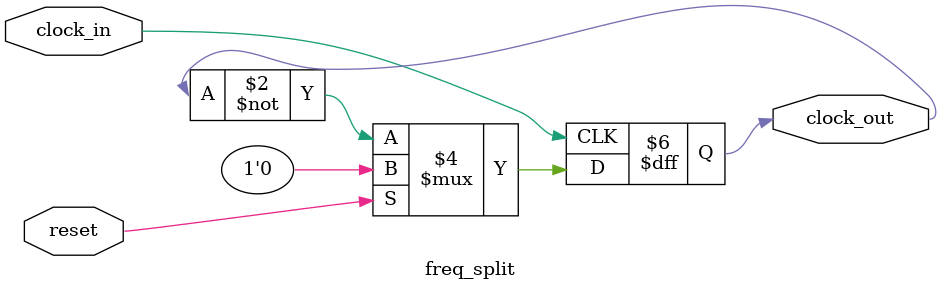
<source format=v>
module rocketTop( // @[:freechips.rocketchip.system.DefaultFPGAConfig.fir@194657.2]
  input   clock100, // @[:freechips.rocketchip.system.DefaultFPGAConfig.fir@194658.4]
  input   reset, // @[:freechips.rocketchip.system.DefaultFPGAConfig.fir@194659.4]
  
  output  uart_TX,
  input   uart_RX
  // position for outside pins ... TBA

  //we do not need io_success
  //output  io_success // @[:freechips.rocketchip.system.DefaultFPGAConfig.fir@194660.4]
);
  wire  dut_clock; // @[TestHarness.scala 15:19:freechips.rocketchip.system.DefaultFPGAConfig.fir@194665.4]
  wire  dut_reset; // @[TestHarness.scala 15:19:freechips.rocketchip.system.DefaultFPGAConfig.fir@194665.4]
  wire  dut_debug_clockeddmi_dmi_req_ready; // @[TestHarness.scala 15:19:freechips.rocketchip.system.DefaultFPGAConfig.fir@194665.4]
  wire  dut_debug_clockeddmi_dmi_req_valid; // @[TestHarness.scala 15:19:freechips.rocketchip.system.DefaultFPGAConfig.fir@194665.4]
  wire [6:0] dut_debug_clockeddmi_dmi_req_bits_addr; // @[TestHarness.scala 15:19:freechips.rocketchip.system.DefaultFPGAConfig.fir@194665.4]
  wire [31:0] dut_debug_clockeddmi_dmi_req_bits_data; // @[TestHarness.scala 15:19:freechips.rocketchip.system.DefaultFPGAConfig.fir@194665.4]
  wire [1:0] dut_debug_clockeddmi_dmi_req_bits_op; // @[TestHarness.scala 15:19:freechips.rocketchip.system.DefaultFPGAConfig.fir@194665.4]
  wire  dut_debug_clockeddmi_dmi_resp_ready; // @[TestHarness.scala 15:19:freechips.rocketchip.system.DefaultFPGAConfig.fir@194665.4]
  wire  dut_debug_clockeddmi_dmi_resp_valid; // @[TestHarness.scala 15:19:freechips.rocketchip.system.DefaultFPGAConfig.fir@194665.4]
  wire [31:0] dut_debug_clockeddmi_dmi_resp_bits_data; // @[TestHarness.scala 15:19:freechips.rocketchip.system.DefaultFPGAConfig.fir@194665.4]
  wire [1:0] dut_debug_clockeddmi_dmi_resp_bits_resp; // @[TestHarness.scala 15:19:freechips.rocketchip.system.DefaultFPGAConfig.fir@194665.4]
  wire  dut_debug_clockeddmi_dmiClock; // @[TestHarness.scala 15:19:freechips.rocketchip.system.DefaultFPGAConfig.fir@194665.4]
  wire  dut_debug_clockeddmi_dmiReset; // @[TestHarness.scala 15:19:freechips.rocketchip.system.DefaultFPGAConfig.fir@194665.4]
  wire  dut_debug_ndreset; // @[TestHarness.scala 15:19:freechips.rocketchip.system.DefaultFPGAConfig.fir@194665.4]
  wire  dut_debug_dmactive; // @[TestHarness.scala 15:19:freechips.rocketchip.system.DefaultFPGAConfig.fir@194665.4]
  wire [1:0] dut_interrupts; // @[TestHarness.scala 15:19:freechips.rocketchip.system.DefaultFPGAConfig.fir@194665.4]
  wire  dut_mem_axi4_0_aw_ready; // @[TestHarness.scala 15:19:freechips.rocketchip.system.DefaultFPGAConfig.fir@194665.4]
  wire  dut_mem_axi4_0_aw_valid; // @[TestHarness.scala 15:19:freechips.rocketchip.system.DefaultFPGAConfig.fir@194665.4]
  wire [3:0] dut_mem_axi4_0_aw_bits_id; // @[TestHarness.scala 15:19:freechips.rocketchip.system.DefaultFPGAConfig.fir@194665.4]
  wire [31:0] dut_mem_axi4_0_aw_bits_addr; // @[TestHarness.scala 15:19:freechips.rocketchip.system.DefaultFPGAConfig.fir@194665.4]
  wire [7:0] dut_mem_axi4_0_aw_bits_len; // @[TestHarness.scala 15:19:freechips.rocketchip.system.DefaultFPGAConfig.fir@194665.4]
  wire [2:0] dut_mem_axi4_0_aw_bits_size; // @[TestHarness.scala 15:19:freechips.rocketchip.system.DefaultFPGAConfig.fir@194665.4]
  wire [1:0] dut_mem_axi4_0_aw_bits_burst; // @[TestHarness.scala 15:19:freechips.rocketchip.system.DefaultFPGAConfig.fir@194665.4]
  wire  dut_mem_axi4_0_aw_bits_lock; // @[TestHarness.scala 15:19:freechips.rocketchip.system.DefaultFPGAConfig.fir@194665.4]
  wire [3:0] dut_mem_axi4_0_aw_bits_cache; // @[TestHarness.scala 15:19:freechips.rocketchip.system.DefaultFPGAConfig.fir@194665.4]
  wire [2:0] dut_mem_axi4_0_aw_bits_prot; // @[TestHarness.scala 15:19:freechips.rocketchip.system.DefaultFPGAConfig.fir@194665.4]
  wire [3:0] dut_mem_axi4_0_aw_bits_qos; // @[TestHarness.scala 15:19:freechips.rocketchip.system.DefaultFPGAConfig.fir@194665.4]
  wire  dut_mem_axi4_0_w_ready; // @[TestHarness.scala 15:19:freechips.rocketchip.system.DefaultFPGAConfig.fir@194665.4]
  wire  dut_mem_axi4_0_w_valid; // @[TestHarness.scala 15:19:freechips.rocketchip.system.DefaultFPGAConfig.fir@194665.4]
  wire [63:0] dut_mem_axi4_0_w_bits_data; // @[TestHarness.scala 15:19:freechips.rocketchip.system.DefaultFPGAConfig.fir@194665.4]
  wire [7:0] dut_mem_axi4_0_w_bits_strb; // @[TestHarness.scala 15:19:freechips.rocketchip.system.DefaultFPGAConfig.fir@194665.4]
  wire  dut_mem_axi4_0_w_bits_last; // @[TestHarness.scala 15:19:freechips.rocketchip.system.DefaultFPGAConfig.fir@194665.4]
  wire  dut_mem_axi4_0_b_ready; // @[TestHarness.scala 15:19:freechips.rocketchip.system.DefaultFPGAConfig.fir@194665.4]
  wire  dut_mem_axi4_0_b_valid; // @[TestHarness.scala 15:19:freechips.rocketchip.system.DefaultFPGAConfig.fir@194665.4]
  wire [3:0] dut_mem_axi4_0_b_bits_id; // @[TestHarness.scala 15:19:freechips.rocketchip.system.DefaultFPGAConfig.fir@194665.4]
  wire [1:0] dut_mem_axi4_0_b_bits_resp; // @[TestHarness.scala 15:19:freechips.rocketchip.system.DefaultFPGAConfig.fir@194665.4]
  wire  dut_mem_axi4_0_ar_ready; // @[TestHarness.scala 15:19:freechips.rocketchip.system.DefaultFPGAConfig.fir@194665.4]
  wire  dut_mem_axi4_0_ar_valid; // @[TestHarness.scala 15:19:freechips.rocketchip.system.DefaultFPGAConfig.fir@194665.4]
  wire [3:0] dut_mem_axi4_0_ar_bits_id; // @[TestHarness.scala 15:19:freechips.rocketchip.system.DefaultFPGAConfig.fir@194665.4]
  wire [31:0] dut_mem_axi4_0_ar_bits_addr; // @[TestHarness.scala 15:19:freechips.rocketchip.system.DefaultFPGAConfig.fir@194665.4]
  wire [7:0] dut_mem_axi4_0_ar_bits_len; // @[TestHarness.scala 15:19:freechips.rocketchip.system.DefaultFPGAConfig.fir@194665.4]
  wire [2:0] dut_mem_axi4_0_ar_bits_size; // @[TestHarness.scala 15:19:freechips.rocketchip.system.DefaultFPGAConfig.fir@194665.4]
  wire [1:0] dut_mem_axi4_0_ar_bits_burst; // @[TestHarness.scala 15:19:freechips.rocketchip.system.DefaultFPGAConfig.fir@194665.4]
  wire  dut_mem_axi4_0_ar_bits_lock; // @[TestHarness.scala 15:19:freechips.rocketchip.system.DefaultFPGAConfig.fir@194665.4]
  wire [3:0] dut_mem_axi4_0_ar_bits_cache; // @[TestHarness.scala 15:19:freechips.rocketchip.system.DefaultFPGAConfig.fir@194665.4]
  wire [2:0] dut_mem_axi4_0_ar_bits_prot; // @[TestHarness.scala 15:19:freechips.rocketchip.system.DefaultFPGAConfig.fir@194665.4]
  wire [3:0] dut_mem_axi4_0_ar_bits_qos; // @[TestHarness.scala 15:19:freechips.rocketchip.system.DefaultFPGAConfig.fir@194665.4]
  wire  dut_mem_axi4_0_r_ready; // @[TestHarness.scala 15:19:freechips.rocketchip.system.DefaultFPGAConfig.fir@194665.4]
  wire  dut_mem_axi4_0_r_valid; // @[TestHarness.scala 15:19:freechips.rocketchip.system.DefaultFPGAConfig.fir@194665.4]
  wire [3:0] dut_mem_axi4_0_r_bits_id; // @[TestHarness.scala 15:19:freechips.rocketchip.system.DefaultFPGAConfig.fir@194665.4]
  wire [63:0] dut_mem_axi4_0_r_bits_data; // @[TestHarness.scala 15:19:freechips.rocketchip.system.DefaultFPGAConfig.fir@194665.4]
  wire [1:0] dut_mem_axi4_0_r_bits_resp; // @[TestHarness.scala 15:19:freechips.rocketchip.system.DefaultFPGAConfig.fir@194665.4]
  wire  dut_mem_axi4_0_r_bits_last; // @[TestHarness.scala 15:19:freechips.rocketchip.system.DefaultFPGAConfig.fir@194665.4]
  wire  dut_mmio_axi4_0_aw_ready; // @[TestHarness.scala 15:19:freechips.rocketchip.system.DefaultFPGAConfig.fir@194665.4]
  wire  dut_mmio_axi4_0_aw_valid; // @[TestHarness.scala 15:19:freechips.rocketchip.system.DefaultFPGAConfig.fir@194665.4]
  wire [3:0] dut_mmio_axi4_0_aw_bits_id; // @[TestHarness.scala 15:19:freechips.rocketchip.system.DefaultFPGAConfig.fir@194665.4]
  wire [30:0] dut_mmio_axi4_0_aw_bits_addr; // @[TestHarness.scala 15:19:freechips.rocketchip.system.DefaultFPGAConfig.fir@194665.4]
  wire [7:0] dut_mmio_axi4_0_aw_bits_len; // @[TestHarness.scala 15:19:freechips.rocketchip.system.DefaultFPGAConfig.fir@194665.4]
  wire [2:0] dut_mmio_axi4_0_aw_bits_size; // @[TestHarness.scala 15:19:freechips.rocketchip.system.DefaultFPGAConfig.fir@194665.4]
  wire [1:0] dut_mmio_axi4_0_aw_bits_burst; // @[TestHarness.scala 15:19:freechips.rocketchip.system.DefaultFPGAConfig.fir@194665.4]
  wire  dut_mmio_axi4_0_aw_bits_lock; // @[TestHarness.scala 15:19:freechips.rocketchip.system.DefaultFPGAConfig.fir@194665.4]
  wire [3:0] dut_mmio_axi4_0_aw_bits_cache; // @[TestHarness.scala 15:19:freechips.rocketchip.system.DefaultFPGAConfig.fir@194665.4]
  wire [2:0] dut_mmio_axi4_0_aw_bits_prot; // @[TestHarness.scala 15:19:freechips.rocketchip.system.DefaultFPGAConfig.fir@194665.4]
  wire [3:0] dut_mmio_axi4_0_aw_bits_qos; // @[TestHarness.scala 15:19:freechips.rocketchip.system.DefaultFPGAConfig.fir@194665.4]
  wire  dut_mmio_axi4_0_w_ready; // @[TestHarness.scala 15:19:freechips.rocketchip.system.DefaultFPGAConfig.fir@194665.4]
  wire  dut_mmio_axi4_0_w_valid; // @[TestHarness.scala 15:19:freechips.rocketchip.system.DefaultFPGAConfig.fir@194665.4]
  wire [63:0] dut_mmio_axi4_0_w_bits_data; // @[TestHarness.scala 15:19:freechips.rocketchip.system.DefaultFPGAConfig.fir@194665.4]
  wire [7:0] dut_mmio_axi4_0_w_bits_strb; // @[TestHarness.scala 15:19:freechips.rocketchip.system.DefaultFPGAConfig.fir@194665.4]
  wire  dut_mmio_axi4_0_w_bits_last; // @[TestHarness.scala 15:19:freechips.rocketchip.system.DefaultFPGAConfig.fir@194665.4]
  wire  dut_mmio_axi4_0_b_ready; // @[TestHarness.scala 15:19:freechips.rocketchip.system.DefaultFPGAConfig.fir@194665.4]
  wire  dut_mmio_axi4_0_b_valid; // @[TestHarness.scala 15:19:freechips.rocketchip.system.DefaultFPGAConfig.fir@194665.4]
  wire [3:0] dut_mmio_axi4_0_b_bits_id; // @[TestHarness.scala 15:19:freechips.rocketchip.system.DefaultFPGAConfig.fir@194665.4]
  wire [1:0] dut_mmio_axi4_0_b_bits_resp; // @[TestHarness.scala 15:19:freechips.rocketchip.system.DefaultFPGAConfig.fir@194665.4]
  wire  dut_mmio_axi4_0_ar_ready; // @[TestHarness.scala 15:19:freechips.rocketchip.system.DefaultFPGAConfig.fir@194665.4]
  wire  dut_mmio_axi4_0_ar_valid; // @[TestHarness.scala 15:19:freechips.rocketchip.system.DefaultFPGAConfig.fir@194665.4]
  wire [3:0] dut_mmio_axi4_0_ar_bits_id; // @[TestHarness.scala 15:19:freechips.rocketchip.system.DefaultFPGAConfig.fir@194665.4]
  wire [30:0] dut_mmio_axi4_0_ar_bits_addr; // @[TestHarness.scala 15:19:freechips.rocketchip.system.DefaultFPGAConfig.fir@194665.4]
  wire [7:0] dut_mmio_axi4_0_ar_bits_len; // @[TestHarness.scala 15:19:freechips.rocketchip.system.DefaultFPGAConfig.fir@194665.4]
  wire [2:0] dut_mmio_axi4_0_ar_bits_size; // @[TestHarness.scala 15:19:freechips.rocketchip.system.DefaultFPGAConfig.fir@194665.4]
  wire [1:0] dut_mmio_axi4_0_ar_bits_burst; // @[TestHarness.scala 15:19:freechips.rocketchip.system.DefaultFPGAConfig.fir@194665.4]
  wire  dut_mmio_axi4_0_ar_bits_lock; // @[TestHarness.scala 15:19:freechips.rocketchip.system.DefaultFPGAConfig.fir@194665.4]
  wire [3:0] dut_mmio_axi4_0_ar_bits_cache; // @[TestHarness.scala 15:19:freechips.rocketchip.system.DefaultFPGAConfig.fir@194665.4]
  wire [2:0] dut_mmio_axi4_0_ar_bits_prot; // @[TestHarness.scala 15:19:freechips.rocketchip.system.DefaultFPGAConfig.fir@194665.4]
  wire [3:0] dut_mmio_axi4_0_ar_bits_qos; // @[TestHarness.scala 15:19:freechips.rocketchip.system.DefaultFPGAConfig.fir@194665.4]
  wire  dut_mmio_axi4_0_r_ready; // @[TestHarness.scala 15:19:freechips.rocketchip.system.DefaultFPGAConfig.fir@194665.4]
  wire  dut_mmio_axi4_0_r_valid; // @[TestHarness.scala 15:19:freechips.rocketchip.system.DefaultFPGAConfig.fir@194665.4]
  wire [3:0] dut_mmio_axi4_0_r_bits_id; // @[TestHarness.scala 15:19:freechips.rocketchip.system.DefaultFPGAConfig.fir@194665.4]
  wire [63:0] dut_mmio_axi4_0_r_bits_data; // @[TestHarness.scala 15:19:freechips.rocketchip.system.DefaultFPGAConfig.fir@194665.4]
  wire [1:0] dut_mmio_axi4_0_r_bits_resp; // @[TestHarness.scala 15:19:freechips.rocketchip.system.DefaultFPGAConfig.fir@194665.4]
  wire  dut_mmio_axi4_0_r_bits_last; // @[TestHarness.scala 15:19:freechips.rocketchip.system.DefaultFPGAConfig.fir@194665.4]
  wire  dut_l2_frontend_bus_axi4_0_aw_ready; // @[TestHarness.scala 15:19:freechips.rocketchip.system.DefaultFPGAConfig.fir@194665.4]
  wire  dut_l2_frontend_bus_axi4_0_aw_valid; // @[TestHarness.scala 15:19:freechips.rocketchip.system.DefaultFPGAConfig.fir@194665.4]
  wire [7:0] dut_l2_frontend_bus_axi4_0_aw_bits_id; // @[TestHarness.scala 15:19:freechips.rocketchip.system.DefaultFPGAConfig.fir@194665.4]
  wire [31:0] dut_l2_frontend_bus_axi4_0_aw_bits_addr; // @[TestHarness.scala 15:19:freechips.rocketchip.system.DefaultFPGAConfig.fir@194665.4]
  wire [7:0] dut_l2_frontend_bus_axi4_0_aw_bits_len; // @[TestHarness.scala 15:19:freechips.rocketchip.system.DefaultFPGAConfig.fir@194665.4]
  wire [2:0] dut_l2_frontend_bus_axi4_0_aw_bits_size; // @[TestHarness.scala 15:19:freechips.rocketchip.system.DefaultFPGAConfig.fir@194665.4]
  wire [1:0] dut_l2_frontend_bus_axi4_0_aw_bits_burst; // @[TestHarness.scala 15:19:freechips.rocketchip.system.DefaultFPGAConfig.fir@194665.4]
  wire  dut_l2_frontend_bus_axi4_0_aw_bits_lock; // @[TestHarness.scala 15:19:freechips.rocketchip.system.DefaultFPGAConfig.fir@194665.4]
  wire [3:0] dut_l2_frontend_bus_axi4_0_aw_bits_cache; // @[TestHarness.scala 15:19:freechips.rocketchip.system.DefaultFPGAConfig.fir@194665.4]
  wire [2:0] dut_l2_frontend_bus_axi4_0_aw_bits_prot; // @[TestHarness.scala 15:19:freechips.rocketchip.system.DefaultFPGAConfig.fir@194665.4]
  wire [3:0] dut_l2_frontend_bus_axi4_0_aw_bits_qos; // @[TestHarness.scala 15:19:freechips.rocketchip.system.DefaultFPGAConfig.fir@194665.4]
  wire  dut_l2_frontend_bus_axi4_0_w_ready; // @[TestHarness.scala 15:19:freechips.rocketchip.system.DefaultFPGAConfig.fir@194665.4]
  wire  dut_l2_frontend_bus_axi4_0_w_valid; // @[TestHarness.scala 15:19:freechips.rocketchip.system.DefaultFPGAConfig.fir@194665.4]
  wire [63:0] dut_l2_frontend_bus_axi4_0_w_bits_data; // @[TestHarness.scala 15:19:freechips.rocketchip.system.DefaultFPGAConfig.fir@194665.4]
  wire [7:0] dut_l2_frontend_bus_axi4_0_w_bits_strb; // @[TestHarness.scala 15:19:freechips.rocketchip.system.DefaultFPGAConfig.fir@194665.4]
  wire  dut_l2_frontend_bus_axi4_0_w_bits_last; // @[TestHarness.scala 15:19:freechips.rocketchip.system.DefaultFPGAConfig.fir@194665.4]
  wire  dut_l2_frontend_bus_axi4_0_b_ready; // @[TestHarness.scala 15:19:freechips.rocketchip.system.DefaultFPGAConfig.fir@194665.4]
  wire  dut_l2_frontend_bus_axi4_0_b_valid; // @[TestHarness.scala 15:19:freechips.rocketchip.system.DefaultFPGAConfig.fir@194665.4]
  wire [7:0] dut_l2_frontend_bus_axi4_0_b_bits_id; // @[TestHarness.scala 15:19:freechips.rocketchip.system.DefaultFPGAConfig.fir@194665.4]
  wire [1:0] dut_l2_frontend_bus_axi4_0_b_bits_resp; // @[TestHarness.scala 15:19:freechips.rocketchip.system.DefaultFPGAConfig.fir@194665.4]
  wire  dut_l2_frontend_bus_axi4_0_ar_ready; // @[TestHarness.scala 15:19:freechips.rocketchip.system.DefaultFPGAConfig.fir@194665.4]
  wire  dut_l2_frontend_bus_axi4_0_ar_valid; // @[TestHarness.scala 15:19:freechips.rocketchip.system.DefaultFPGAConfig.fir@194665.4]
  wire [7:0] dut_l2_frontend_bus_axi4_0_ar_bits_id; // @[TestHarness.scala 15:19:freechips.rocketchip.system.DefaultFPGAConfig.fir@194665.4]
  wire [31:0] dut_l2_frontend_bus_axi4_0_ar_bits_addr; // @[TestHarness.scala 15:19:freechips.rocketchip.system.DefaultFPGAConfig.fir@194665.4]
  wire [7:0] dut_l2_frontend_bus_axi4_0_ar_bits_len; // @[TestHarness.scala 15:19:freechips.rocketchip.system.DefaultFPGAConfig.fir@194665.4]
  wire [2:0] dut_l2_frontend_bus_axi4_0_ar_bits_size; // @[TestHarness.scala 15:19:freechips.rocketchip.system.DefaultFPGAConfig.fir@194665.4]
  wire [1:0] dut_l2_frontend_bus_axi4_0_ar_bits_burst; // @[TestHarness.scala 15:19:freechips.rocketchip.system.DefaultFPGAConfig.fir@194665.4]
  wire  dut_l2_frontend_bus_axi4_0_ar_bits_lock; // @[TestHarness.scala 15:19:freechips.rocketchip.system.DefaultFPGAConfig.fir@194665.4]
  wire [3:0] dut_l2_frontend_bus_axi4_0_ar_bits_cache; // @[TestHarness.scala 15:19:freechips.rocketchip.system.DefaultFPGAConfig.fir@194665.4]
  wire [2:0] dut_l2_frontend_bus_axi4_0_ar_bits_prot; // @[TestHarness.scala 15:19:freechips.rocketchip.system.DefaultFPGAConfig.fir@194665.4]
  wire [3:0] dut_l2_frontend_bus_axi4_0_ar_bits_qos; // @[TestHarness.scala 15:19:freechips.rocketchip.system.DefaultFPGAConfig.fir@194665.4]
  wire  dut_l2_frontend_bus_axi4_0_r_ready; // @[TestHarness.scala 15:19:freechips.rocketchip.system.DefaultFPGAConfig.fir@194665.4]
  wire  dut_l2_frontend_bus_axi4_0_r_valid; // @[TestHarness.scala 15:19:freechips.rocketchip.system.DefaultFPGAConfig.fir@194665.4]
  wire [7:0] dut_l2_frontend_bus_axi4_0_r_bits_id; // @[TestHarness.scala 15:19:freechips.rocketchip.system.DefaultFPGAConfig.fir@194665.4]
  wire [63:0] dut_l2_frontend_bus_axi4_0_r_bits_data; // @[TestHarness.scala 15:19:freechips.rocketchip.system.DefaultFPGAConfig.fir@194665.4]
  wire [1:0] dut_l2_frontend_bus_axi4_0_r_bits_resp; // @[TestHarness.scala 15:19:freechips.rocketchip.system.DefaultFPGAConfig.fir@194665.4]
  wire  dut_l2_frontend_bus_axi4_0_r_bits_last; // @[TestHarness.scala 15:19:freechips.rocketchip.system.DefaultFPGAConfig.fir@194665.4]
  wire  mem_clock; // @[Ports.scala 76:15:freechips.rocketchip.system.DefaultFPGAConfig.fir@194680.4]
  wire  mem_reset; // @[Ports.scala 76:15:freechips.rocketchip.system.DefaultFPGAConfig.fir@194680.4]
  wire  mem_io_axi4_0_aw_ready; // @[Ports.scala 76:15:freechips.rocketchip.system.DefaultFPGAConfig.fir@194680.4]
  wire  mem_io_axi4_0_aw_valid; // @[Ports.scala 76:15:freechips.rocketchip.system.DefaultFPGAConfig.fir@194680.4]
  wire [3:0] mem_io_axi4_0_aw_bits_id; // @[Ports.scala 76:15:freechips.rocketchip.system.DefaultFPGAConfig.fir@194680.4]
  wire [27:0] mem_io_axi4_0_aw_bits_addr; // @[Ports.scala 76:15:freechips.rocketchip.system.DefaultFPGAConfig.fir@194680.4]
  wire [7:0] mem_io_axi4_0_aw_bits_len; // @[Ports.scala 76:15:freechips.rocketchip.system.DefaultFPGAConfig.fir@194680.4]
  wire [2:0] mem_io_axi4_0_aw_bits_size; // @[Ports.scala 76:15:freechips.rocketchip.system.DefaultFPGAConfig.fir@194680.4]
  wire [1:0] mem_io_axi4_0_aw_bits_burst; // @[Ports.scala 76:15:freechips.rocketchip.system.DefaultFPGAConfig.fir@194680.4]
  wire  mem_io_axi4_0_w_ready; // @[Ports.scala 76:15:freechips.rocketchip.system.DefaultFPGAConfig.fir@194680.4]
  wire  mem_io_axi4_0_w_valid; // @[Ports.scala 76:15:freechips.rocketchip.system.DefaultFPGAConfig.fir@194680.4]
  wire [63:0] mem_io_axi4_0_w_bits_data; // @[Ports.scala 76:15:freechips.rocketchip.system.DefaultFPGAConfig.fir@194680.4]
  wire [7:0] mem_io_axi4_0_w_bits_strb; // @[Ports.scala 76:15:freechips.rocketchip.system.DefaultFPGAConfig.fir@194680.4]
  wire  mem_io_axi4_0_w_bits_last; // @[Ports.scala 76:15:freechips.rocketchip.system.DefaultFPGAConfig.fir@194680.4]
  wire  mem_io_axi4_0_b_ready; // @[Ports.scala 76:15:freechips.rocketchip.system.DefaultFPGAConfig.fir@194680.4]
  wire  mem_io_axi4_0_b_valid; // @[Ports.scala 76:15:freechips.rocketchip.system.DefaultFPGAConfig.fir@194680.4]
  wire [3:0] mem_io_axi4_0_b_bits_id; // @[Ports.scala 76:15:freechips.rocketchip.system.DefaultFPGAConfig.fir@194680.4]
  wire [1:0] mem_io_axi4_0_b_bits_resp; // @[Ports.scala 76:15:freechips.rocketchip.system.DefaultFPGAConfig.fir@194680.4]
  wire  mem_io_axi4_0_ar_ready; // @[Ports.scala 76:15:freechips.rocketchip.system.DefaultFPGAConfig.fir@194680.4]
  wire  mem_io_axi4_0_ar_valid; // @[Ports.scala 76:15:freechips.rocketchip.system.DefaultFPGAConfig.fir@194680.4]
  wire [3:0] mem_io_axi4_0_ar_bits_id; // @[Ports.scala 76:15:freechips.rocketchip.system.DefaultFPGAConfig.fir@194680.4]
  wire [27:0] mem_io_axi4_0_ar_bits_addr; // @[Ports.scala 76:15:freechips.rocketchip.system.DefaultFPGAConfig.fir@194680.4]
  wire [7:0] mem_io_axi4_0_ar_bits_len; // @[Ports.scala 76:15:freechips.rocketchip.system.DefaultFPGAConfig.fir@194680.4]
  wire [2:0] mem_io_axi4_0_ar_bits_size; // @[Ports.scala 76:15:freechips.rocketchip.system.DefaultFPGAConfig.fir@194680.4]
  wire [1:0] mem_io_axi4_0_ar_bits_burst; // @[Ports.scala 76:15:freechips.rocketchip.system.DefaultFPGAConfig.fir@194680.4]
  wire  mem_io_axi4_0_r_ready; // @[Ports.scala 76:15:freechips.rocketchip.system.DefaultFPGAConfig.fir@194680.4]
  wire  mem_io_axi4_0_r_valid; // @[Ports.scala 76:15:freechips.rocketchip.system.DefaultFPGAConfig.fir@194680.4]
  wire [3:0] mem_io_axi4_0_r_bits_id; // @[Ports.scala 76:15:freechips.rocketchip.system.DefaultFPGAConfig.fir@194680.4]
  wire [63:0] mem_io_axi4_0_r_bits_data; // @[Ports.scala 76:15:freechips.rocketchip.system.DefaultFPGAConfig.fir@194680.4]
  wire [1:0] mem_io_axi4_0_r_bits_resp; // @[Ports.scala 76:15:freechips.rocketchip.system.DefaultFPGAConfig.fir@194680.4]
  wire  mem_io_axi4_0_r_bits_last; // @[Ports.scala 76:15:freechips.rocketchip.system.DefaultFPGAConfig.fir@194680.4]
  wire  mmio_mem_clock; // @[Ports.scala 120:13:freechips.rocketchip.system.DefaultFPGAConfig.fir@194688.4]
  wire  mmio_mem_reset; // @[Ports.scala 120:13:freechips.rocketchip.system.DefaultFPGAConfig.fir@194688.4]
  wire  mmio_mem_io_axi4_0_aw_ready; // @[Ports.scala 120:13:freechips.rocketchip.system.DefaultFPGAConfig.fir@194688.4]
  wire  mmio_mem_io_axi4_0_aw_valid; // @[Ports.scala 120:13:freechips.rocketchip.system.DefaultFPGAConfig.fir@194688.4]
  wire [3:0] mmio_mem_io_axi4_0_aw_bits_id; // @[Ports.scala 120:13:freechips.rocketchip.system.DefaultFPGAConfig.fir@194688.4]
  wire [11:0] mmio_mem_io_axi4_0_aw_bits_addr; // @[Ports.scala 120:13:freechips.rocketchip.system.DefaultFPGAConfig.fir@194688.4]
  wire [7:0] mmio_mem_io_axi4_0_aw_bits_len; // @[Ports.scala 120:13:freechips.rocketchip.system.DefaultFPGAConfig.fir@194688.4]
  wire [2:0] mmio_mem_io_axi4_0_aw_bits_size; // @[Ports.scala 120:13:freechips.rocketchip.system.DefaultFPGAConfig.fir@194688.4]
  wire [1:0] mmio_mem_io_axi4_0_aw_bits_burst; // @[Ports.scala 120:13:freechips.rocketchip.system.DefaultFPGAConfig.fir@194688.4]
  wire  mmio_mem_io_axi4_0_w_ready; // @[Ports.scala 120:13:freechips.rocketchip.system.DefaultFPGAConfig.fir@194688.4]
  wire  mmio_mem_io_axi4_0_w_valid; // @[Ports.scala 120:13:freechips.rocketchip.system.DefaultFPGAConfig.fir@194688.4]
  wire [63:0] mmio_mem_io_axi4_0_w_bits_data; // @[Ports.scala 120:13:freechips.rocketchip.system.DefaultFPGAConfig.fir@194688.4]
  wire [7:0] mmio_mem_io_axi4_0_w_bits_strb; // @[Ports.scala 120:13:freechips.rocketchip.system.DefaultFPGAConfig.fir@194688.4]
  wire  mmio_mem_io_axi4_0_w_bits_last; // @[Ports.scala 120:13:freechips.rocketchip.system.DefaultFPGAConfig.fir@194688.4]
  wire  mmio_mem_io_axi4_0_b_ready; // @[Ports.scala 120:13:freechips.rocketchip.system.DefaultFPGAConfig.fir@194688.4]
  wire  mmio_mem_io_axi4_0_b_valid; // @[Ports.scala 120:13:freechips.rocketchip.system.DefaultFPGAConfig.fir@194688.4]
  wire [3:0] mmio_mem_io_axi4_0_b_bits_id; // @[Ports.scala 120:13:freechips.rocketchip.system.DefaultFPGAConfig.fir@194688.4]
  wire [1:0] mmio_mem_io_axi4_0_b_bits_resp; // @[Ports.scala 120:13:freechips.rocketchip.system.DefaultFPGAConfig.fir@194688.4]
  wire  mmio_mem_io_axi4_0_ar_ready; // @[Ports.scala 120:13:freechips.rocketchip.system.DefaultFPGAConfig.fir@194688.4]
  wire  mmio_mem_io_axi4_0_ar_valid; // @[Ports.scala 120:13:freechips.rocketchip.system.DefaultFPGAConfig.fir@194688.4]
  wire [3:0] mmio_mem_io_axi4_0_ar_bits_id; // @[Ports.scala 120:13:freechips.rocketchip.system.DefaultFPGAConfig.fir@194688.4]
  wire [11:0] mmio_mem_io_axi4_0_ar_bits_addr; // @[Ports.scala 120:13:freechips.rocketchip.system.DefaultFPGAConfig.fir@194688.4]
  wire [7:0] mmio_mem_io_axi4_0_ar_bits_len; // @[Ports.scala 120:13:freechips.rocketchip.system.DefaultFPGAConfig.fir@194688.4]
  wire [2:0] mmio_mem_io_axi4_0_ar_bits_size; // @[Ports.scala 120:13:freechips.rocketchip.system.DefaultFPGAConfig.fir@194688.4]
  wire [1:0] mmio_mem_io_axi4_0_ar_bits_burst; // @[Ports.scala 120:13:freechips.rocketchip.system.DefaultFPGAConfig.fir@194688.4]
  wire  mmio_mem_io_axi4_0_r_ready; // @[Ports.scala 120:13:freechips.rocketchip.system.DefaultFPGAConfig.fir@194688.4]
  wire  mmio_mem_io_axi4_0_r_valid; // @[Ports.scala 120:13:freechips.rocketchip.system.DefaultFPGAConfig.fir@194688.4]
  wire [3:0] mmio_mem_io_axi4_0_r_bits_id; // @[Ports.scala 120:13:freechips.rocketchip.system.DefaultFPGAConfig.fir@194688.4]
  wire [63:0] mmio_mem_io_axi4_0_r_bits_data; // @[Ports.scala 120:13:freechips.rocketchip.system.DefaultFPGAConfig.fir@194688.4]
  wire [1:0] mmio_mem_io_axi4_0_r_bits_resp; // @[Ports.scala 120:13:freechips.rocketchip.system.DefaultFPGAConfig.fir@194688.4]
  wire  mmio_mem_io_axi4_0_r_bits_last; // @[Ports.scala 120:13:freechips.rocketchip.system.DefaultFPGAConfig.fir@194688.4]
  wire [31:0] SimDTM_exit; // @[Periphery.scala 157:23:freechips.rocketchip.system.DefaultFPGAConfig.fir@194711.4]
  wire  SimDTM_debug_req_ready; // @[Periphery.scala 157:23:freechips.rocketchip.system.DefaultFPGAConfig.fir@194711.4]
  wire  SimDTM_debug_req_valid; // @[Periphery.scala 157:23:freechips.rocketchip.system.DefaultFPGAConfig.fir@194711.4]
  wire [6:0] SimDTM_debug_req_bits_addr; // @[Periphery.scala 157:23:freechips.rocketchip.system.DefaultFPGAConfig.fir@194711.4]
  wire [31:0] SimDTM_debug_req_bits_data; // @[Periphery.scala 157:23:freechips.rocketchip.system.DefaultFPGAConfig.fir@194711.4]
  wire [1:0] SimDTM_debug_req_bits_op; // @[Periphery.scala 157:23:freechips.rocketchip.system.DefaultFPGAConfig.fir@194711.4]
  wire  SimDTM_debug_resp_ready; // @[Periphery.scala 157:23:freechips.rocketchip.system.DefaultFPGAConfig.fir@194711.4]
  wire  SimDTM_debug_resp_valid; // @[Periphery.scala 157:23:freechips.rocketchip.system.DefaultFPGAConfig.fir@194711.4]
  wire [31:0] SimDTM_debug_resp_bits_data; // @[Periphery.scala 157:23:freechips.rocketchip.system.DefaultFPGAConfig.fir@194711.4]
  wire [1:0] SimDTM_debug_resp_bits_resp; // @[Periphery.scala 157:23:freechips.rocketchip.system.DefaultFPGAConfig.fir@194711.4]
  wire  SimDTM_reset; // @[Periphery.scala 157:23:freechips.rocketchip.system.DefaultFPGAConfig.fir@194711.4]
  wire  SimDTM_clk; // @[Periphery.scala 157:23:freechips.rocketchip.system.DefaultFPGAConfig.fir@194711.4]
  //wire  _T_16; // @[Periphery.scala 101:19:freechips.rocketchip.system.DefaultFPGAConfig.fir@194723.4]
  //wire [31:0] _T_17; // @[Periphery.scala 102:59:freechips.rocketchip.system.DefaultFPGAConfig.fir@194725.6]
  //wire  _T_19; // @[Periphery.scala 102:13:freechips.rocketchip.system.DefaultFPGAConfig.fir@194727.6]
  wire clock;
  freq_split freq50m(
    clock100,
    reset,
    clock);
  ExampleRocketSystem dut ( // @[TestHarness.scala 15:19:freechips.rocketchip.system.DefaultFPGAConfig.fir@194665.4]
    .clock(dut_clock),
    .reset(dut_reset),
    .debug_clockeddmi_dmi_req_ready(dut_debug_clockeddmi_dmi_req_ready),
    .debug_clockeddmi_dmi_req_valid(dut_debug_clockeddmi_dmi_req_valid),
    .debug_clockeddmi_dmi_req_bits_addr(dut_debug_clockeddmi_dmi_req_bits_addr),
    .debug_clockeddmi_dmi_req_bits_data(dut_debug_clockeddmi_dmi_req_bits_data),
    .debug_clockeddmi_dmi_req_bits_op(dut_debug_clockeddmi_dmi_req_bits_op),
    .debug_clockeddmi_dmi_resp_ready(dut_debug_clockeddmi_dmi_resp_ready),
    .debug_clockeddmi_dmi_resp_valid(dut_debug_clockeddmi_dmi_resp_valid),
    .debug_clockeddmi_dmi_resp_bits_data(dut_debug_clockeddmi_dmi_resp_bits_data),
    .debug_clockeddmi_dmi_resp_bits_resp(dut_debug_clockeddmi_dmi_resp_bits_resp),
    .debug_clockeddmi_dmiClock(dut_debug_clockeddmi_dmiClock),
    .debug_clockeddmi_dmiReset(dut_debug_clockeddmi_dmiReset),
    .debug_ndreset(dut_debug_ndreset),
    .debug_dmactive(dut_debug_dmactive),
    .interrupts(dut_interrupts),
    .mem_axi4_0_aw_ready(dut_mem_axi4_0_aw_ready),
    .mem_axi4_0_aw_valid(dut_mem_axi4_0_aw_valid),
    .mem_axi4_0_aw_bits_id(dut_mem_axi4_0_aw_bits_id),
    .mem_axi4_0_aw_bits_addr(dut_mem_axi4_0_aw_bits_addr),
    .mem_axi4_0_aw_bits_len(dut_mem_axi4_0_aw_bits_len),
    .mem_axi4_0_aw_bits_size(dut_mem_axi4_0_aw_bits_size),
    .mem_axi4_0_aw_bits_burst(dut_mem_axi4_0_aw_bits_burst),
    .mem_axi4_0_aw_bits_lock(dut_mem_axi4_0_aw_bits_lock),
    .mem_axi4_0_aw_bits_cache(dut_mem_axi4_0_aw_bits_cache),
    .mem_axi4_0_aw_bits_prot(dut_mem_axi4_0_aw_bits_prot),
    .mem_axi4_0_aw_bits_qos(dut_mem_axi4_0_aw_bits_qos),
    .mem_axi4_0_w_ready(dut_mem_axi4_0_w_ready),
    .mem_axi4_0_w_valid(dut_mem_axi4_0_w_valid),
    .mem_axi4_0_w_bits_data(dut_mem_axi4_0_w_bits_data),
    .mem_axi4_0_w_bits_strb(dut_mem_axi4_0_w_bits_strb),
    .mem_axi4_0_w_bits_last(dut_mem_axi4_0_w_bits_last),
    .mem_axi4_0_b_ready(dut_mem_axi4_0_b_ready),
    .mem_axi4_0_b_valid(dut_mem_axi4_0_b_valid),
    .mem_axi4_0_b_bits_id(dut_mem_axi4_0_b_bits_id),
    .mem_axi4_0_b_bits_resp(dut_mem_axi4_0_b_bits_resp),
    .mem_axi4_0_ar_ready(dut_mem_axi4_0_ar_ready),
    .mem_axi4_0_ar_valid(dut_mem_axi4_0_ar_valid),
    .mem_axi4_0_ar_bits_id(dut_mem_axi4_0_ar_bits_id),
    .mem_axi4_0_ar_bits_addr(dut_mem_axi4_0_ar_bits_addr),
    .mem_axi4_0_ar_bits_len(dut_mem_axi4_0_ar_bits_len),
    .mem_axi4_0_ar_bits_size(dut_mem_axi4_0_ar_bits_size),
    .mem_axi4_0_ar_bits_burst(dut_mem_axi4_0_ar_bits_burst),
    .mem_axi4_0_ar_bits_lock(dut_mem_axi4_0_ar_bits_lock),
    .mem_axi4_0_ar_bits_cache(dut_mem_axi4_0_ar_bits_cache),
    .mem_axi4_0_ar_bits_prot(dut_mem_axi4_0_ar_bits_prot),
    .mem_axi4_0_ar_bits_qos(dut_mem_axi4_0_ar_bits_qos),
    .mem_axi4_0_r_ready(dut_mem_axi4_0_r_ready),
    .mem_axi4_0_r_valid(dut_mem_axi4_0_r_valid),
    .mem_axi4_0_r_bits_id(dut_mem_axi4_0_r_bits_id),
    .mem_axi4_0_r_bits_data(dut_mem_axi4_0_r_bits_data),
    .mem_axi4_0_r_bits_resp(dut_mem_axi4_0_r_bits_resp),
    .mem_axi4_0_r_bits_last(dut_mem_axi4_0_r_bits_last),
    .mmio_axi4_0_aw_ready(dut_mmio_axi4_0_aw_ready),
    .mmio_axi4_0_aw_valid(dut_mmio_axi4_0_aw_valid),
    .mmio_axi4_0_aw_bits_id(dut_mmio_axi4_0_aw_bits_id),
    .mmio_axi4_0_aw_bits_addr(dut_mmio_axi4_0_aw_bits_addr),
    .mmio_axi4_0_aw_bits_len(dut_mmio_axi4_0_aw_bits_len),
    .mmio_axi4_0_aw_bits_size(dut_mmio_axi4_0_aw_bits_size),
    .mmio_axi4_0_aw_bits_burst(dut_mmio_axi4_0_aw_bits_burst),
    .mmio_axi4_0_aw_bits_lock(dut_mmio_axi4_0_aw_bits_lock),
    .mmio_axi4_0_aw_bits_cache(dut_mmio_axi4_0_aw_bits_cache),
    .mmio_axi4_0_aw_bits_prot(dut_mmio_axi4_0_aw_bits_prot),
    .mmio_axi4_0_aw_bits_qos(dut_mmio_axi4_0_aw_bits_qos),
    .mmio_axi4_0_w_ready(dut_mmio_axi4_0_w_ready),
    .mmio_axi4_0_w_valid(dut_mmio_axi4_0_w_valid),
    .mmio_axi4_0_w_bits_data(dut_mmio_axi4_0_w_bits_data),
    .mmio_axi4_0_w_bits_strb(dut_mmio_axi4_0_w_bits_strb),
    .mmio_axi4_0_w_bits_last(dut_mmio_axi4_0_w_bits_last),
    .mmio_axi4_0_b_ready(dut_mmio_axi4_0_b_ready),
    .mmio_axi4_0_b_valid(dut_mmio_axi4_0_b_valid),
    .mmio_axi4_0_b_bits_id(dut_mmio_axi4_0_b_bits_id),
    .mmio_axi4_0_b_bits_resp(dut_mmio_axi4_0_b_bits_resp),
    .mmio_axi4_0_ar_ready(dut_mmio_axi4_0_ar_ready),
    .mmio_axi4_0_ar_valid(dut_mmio_axi4_0_ar_valid),
    .mmio_axi4_0_ar_bits_id(dut_mmio_axi4_0_ar_bits_id),
    .mmio_axi4_0_ar_bits_addr(dut_mmio_axi4_0_ar_bits_addr),
    .mmio_axi4_0_ar_bits_len(dut_mmio_axi4_0_ar_bits_len),
    .mmio_axi4_0_ar_bits_size(dut_mmio_axi4_0_ar_bits_size),
    .mmio_axi4_0_ar_bits_burst(dut_mmio_axi4_0_ar_bits_burst),
    .mmio_axi4_0_ar_bits_lock(dut_mmio_axi4_0_ar_bits_lock),
    .mmio_axi4_0_ar_bits_cache(dut_mmio_axi4_0_ar_bits_cache),
    .mmio_axi4_0_ar_bits_prot(dut_mmio_axi4_0_ar_bits_prot),
    .mmio_axi4_0_ar_bits_qos(dut_mmio_axi4_0_ar_bits_qos),
    .mmio_axi4_0_r_ready(dut_mmio_axi4_0_r_ready),
    .mmio_axi4_0_r_valid(dut_mmio_axi4_0_r_valid),
    .mmio_axi4_0_r_bits_id(dut_mmio_axi4_0_r_bits_id),
    .mmio_axi4_0_r_bits_data(dut_mmio_axi4_0_r_bits_data),
    .mmio_axi4_0_r_bits_resp(dut_mmio_axi4_0_r_bits_resp),
    .mmio_axi4_0_r_bits_last(dut_mmio_axi4_0_r_bits_last),
    .l2_frontend_bus_axi4_0_aw_ready(dut_l2_frontend_bus_axi4_0_aw_ready),
    .l2_frontend_bus_axi4_0_aw_valid(dut_l2_frontend_bus_axi4_0_aw_valid),
    .l2_frontend_bus_axi4_0_aw_bits_id(dut_l2_frontend_bus_axi4_0_aw_bits_id),
    .l2_frontend_bus_axi4_0_aw_bits_addr(dut_l2_frontend_bus_axi4_0_aw_bits_addr),
    .l2_frontend_bus_axi4_0_aw_bits_len(dut_l2_frontend_bus_axi4_0_aw_bits_len),
    .l2_frontend_bus_axi4_0_aw_bits_size(dut_l2_frontend_bus_axi4_0_aw_bits_size),
    .l2_frontend_bus_axi4_0_aw_bits_burst(dut_l2_frontend_bus_axi4_0_aw_bits_burst),
    .l2_frontend_bus_axi4_0_aw_bits_lock(dut_l2_frontend_bus_axi4_0_aw_bits_lock),
    .l2_frontend_bus_axi4_0_aw_bits_cache(dut_l2_frontend_bus_axi4_0_aw_bits_cache),
    .l2_frontend_bus_axi4_0_aw_bits_prot(dut_l2_frontend_bus_axi4_0_aw_bits_prot),
    .l2_frontend_bus_axi4_0_aw_bits_qos(dut_l2_frontend_bus_axi4_0_aw_bits_qos),
    .l2_frontend_bus_axi4_0_w_ready(dut_l2_frontend_bus_axi4_0_w_ready),
    .l2_frontend_bus_axi4_0_w_valid(dut_l2_frontend_bus_axi4_0_w_valid),
    .l2_frontend_bus_axi4_0_w_bits_data(dut_l2_frontend_bus_axi4_0_w_bits_data),
    .l2_frontend_bus_axi4_0_w_bits_strb(dut_l2_frontend_bus_axi4_0_w_bits_strb),
    .l2_frontend_bus_axi4_0_w_bits_last(dut_l2_frontend_bus_axi4_0_w_bits_last),
    .l2_frontend_bus_axi4_0_b_ready(dut_l2_frontend_bus_axi4_0_b_ready),
    .l2_frontend_bus_axi4_0_b_valid(dut_l2_frontend_bus_axi4_0_b_valid),
    .l2_frontend_bus_axi4_0_b_bits_id(dut_l2_frontend_bus_axi4_0_b_bits_id),
    .l2_frontend_bus_axi4_0_b_bits_resp(dut_l2_frontend_bus_axi4_0_b_bits_resp),
    .l2_frontend_bus_axi4_0_ar_ready(dut_l2_frontend_bus_axi4_0_ar_ready),
    .l2_frontend_bus_axi4_0_ar_valid(dut_l2_frontend_bus_axi4_0_ar_valid),
    .l2_frontend_bus_axi4_0_ar_bits_id(dut_l2_frontend_bus_axi4_0_ar_bits_id),
    .l2_frontend_bus_axi4_0_ar_bits_addr(dut_l2_frontend_bus_axi4_0_ar_bits_addr),
    .l2_frontend_bus_axi4_0_ar_bits_len(dut_l2_frontend_bus_axi4_0_ar_bits_len),
    .l2_frontend_bus_axi4_0_ar_bits_size(dut_l2_frontend_bus_axi4_0_ar_bits_size),
    .l2_frontend_bus_axi4_0_ar_bits_burst(dut_l2_frontend_bus_axi4_0_ar_bits_burst),
    .l2_frontend_bus_axi4_0_ar_bits_lock(dut_l2_frontend_bus_axi4_0_ar_bits_lock),
    .l2_frontend_bus_axi4_0_ar_bits_cache(dut_l2_frontend_bus_axi4_0_ar_bits_cache),
    .l2_frontend_bus_axi4_0_ar_bits_prot(dut_l2_frontend_bus_axi4_0_ar_bits_prot),
    .l2_frontend_bus_axi4_0_ar_bits_qos(dut_l2_frontend_bus_axi4_0_ar_bits_qos),
    .l2_frontend_bus_axi4_0_r_ready(dut_l2_frontend_bus_axi4_0_r_ready),
    .l2_frontend_bus_axi4_0_r_valid(dut_l2_frontend_bus_axi4_0_r_valid),
    .l2_frontend_bus_axi4_0_r_bits_id(dut_l2_frontend_bus_axi4_0_r_bits_id),
    .l2_frontend_bus_axi4_0_r_bits_data(dut_l2_frontend_bus_axi4_0_r_bits_data),
    .l2_frontend_bus_axi4_0_r_bits_resp(dut_l2_frontend_bus_axi4_0_r_bits_resp),
    .l2_frontend_bus_axi4_0_r_bits_last(dut_l2_frontend_bus_axi4_0_r_bits_last)
  );

  AXIMem mem ( // @[Ports.scala 76:15:freechips.rocketchip.system.DefaultFPGAConfig.fir@194680.4]
    .clock(mem_clock),
    .reset(mem_reset),
    .io_axi4_0_aw_ready(mem_io_axi4_0_aw_ready),
    .io_axi4_0_aw_valid(mem_io_axi4_0_aw_valid),
    .io_axi4_0_aw_bits_id(mem_io_axi4_0_aw_bits_id),
    .io_axi4_0_aw_bits_addr(mem_io_axi4_0_aw_bits_addr),
    .io_axi4_0_aw_bits_len(mem_io_axi4_0_aw_bits_len),
    .io_axi4_0_aw_bits_size(mem_io_axi4_0_aw_bits_size),
    .io_axi4_0_aw_bits_burst(mem_io_axi4_0_aw_bits_burst),
    .io_axi4_0_w_ready(mem_io_axi4_0_w_ready),
    .io_axi4_0_w_valid(mem_io_axi4_0_w_valid),
    .io_axi4_0_w_bits_data(mem_io_axi4_0_w_bits_data),
    .io_axi4_0_w_bits_strb(mem_io_axi4_0_w_bits_strb),
    .io_axi4_0_w_bits_last(mem_io_axi4_0_w_bits_last),
    .io_axi4_0_b_ready(mem_io_axi4_0_b_ready),
    .io_axi4_0_b_valid(mem_io_axi4_0_b_valid),
    .io_axi4_0_b_bits_id(mem_io_axi4_0_b_bits_id),
    .io_axi4_0_b_bits_resp(mem_io_axi4_0_b_bits_resp),
    .io_axi4_0_ar_ready(mem_io_axi4_0_ar_ready),
    .io_axi4_0_ar_valid(mem_io_axi4_0_ar_valid),
    .io_axi4_0_ar_bits_id(mem_io_axi4_0_ar_bits_id),
    .io_axi4_0_ar_bits_addr(mem_io_axi4_0_ar_bits_addr),
    .io_axi4_0_ar_bits_len(mem_io_axi4_0_ar_bits_len),
    .io_axi4_0_ar_bits_size(mem_io_axi4_0_ar_bits_size),
    .io_axi4_0_ar_bits_burst(mem_io_axi4_0_ar_bits_burst),
    .io_axi4_0_r_ready(mem_io_axi4_0_r_ready),
    .io_axi4_0_r_valid(mem_io_axi4_0_r_valid),
    .io_axi4_0_r_bits_id(mem_io_axi4_0_r_bits_id),
    .io_axi4_0_r_bits_data(mem_io_axi4_0_r_bits_data),
    .io_axi4_0_r_bits_resp(mem_io_axi4_0_r_bits_resp),
    .io_axi4_0_r_bits_last(mem_io_axi4_0_r_bits_last)
  );
  
  AXIMmio mmio_mem ( // @[Ports.scala 120:13:freechips.rocketchip.system.DefaultFPGAConfig.fir@194688.4]
    .clock(mmio_mem_clock),
    .reset(mmio_mem_reset),
    .io_axi4_0_aw_ready(mmio_mem_io_axi4_0_aw_ready),
    .io_axi4_0_aw_valid(mmio_mem_io_axi4_0_aw_valid),
    .io_axi4_0_aw_bits_id(mmio_mem_io_axi4_0_aw_bits_id),
    .io_axi4_0_aw_bits_addr(mmio_mem_io_axi4_0_aw_bits_addr),
    .io_axi4_0_aw_bits_len(mmio_mem_io_axi4_0_aw_bits_len),
    .io_axi4_0_aw_bits_size(mmio_mem_io_axi4_0_aw_bits_size),
    .io_axi4_0_aw_bits_burst(mmio_mem_io_axi4_0_aw_bits_burst),
    .io_axi4_0_w_ready(mmio_mem_io_axi4_0_w_ready),
    .io_axi4_0_w_valid(mmio_mem_io_axi4_0_w_valid),
    .io_axi4_0_w_bits_data(mmio_mem_io_axi4_0_w_bits_data),
    .io_axi4_0_w_bits_strb(mmio_mem_io_axi4_0_w_bits_strb),
    .io_axi4_0_w_bits_last(mmio_mem_io_axi4_0_w_bits_last),
    .io_axi4_0_b_ready(mmio_mem_io_axi4_0_b_ready),
    .io_axi4_0_b_valid(mmio_mem_io_axi4_0_b_valid),
    .io_axi4_0_b_bits_id(mmio_mem_io_axi4_0_b_bits_id),
    .io_axi4_0_b_bits_resp(mmio_mem_io_axi4_0_b_bits_resp),
    .io_axi4_0_ar_ready(mmio_mem_io_axi4_0_ar_ready),
    .io_axi4_0_ar_valid(mmio_mem_io_axi4_0_ar_valid),
    .io_axi4_0_ar_bits_id(mmio_mem_io_axi4_0_ar_bits_id),
    .io_axi4_0_ar_bits_addr(mmio_mem_io_axi4_0_ar_bits_addr),
    .io_axi4_0_ar_bits_len(mmio_mem_io_axi4_0_ar_bits_len),
    .io_axi4_0_ar_bits_size(mmio_mem_io_axi4_0_ar_bits_size),
    .io_axi4_0_ar_bits_burst(mmio_mem_io_axi4_0_ar_bits_burst),
    .io_axi4_0_r_ready(mmio_mem_io_axi4_0_r_ready),
    .io_axi4_0_r_valid(mmio_mem_io_axi4_0_r_valid),
    .io_axi4_0_r_bits_id(mmio_mem_io_axi4_0_r_bits_id),
    .io_axi4_0_r_bits_data(mmio_mem_io_axi4_0_r_bits_data),
    .io_axi4_0_r_bits_resp(mmio_mem_io_axi4_0_r_bits_resp),
    .io_axi4_0_r_bits_last(mmio_mem_io_axi4_0_r_bits_last),
    .uart_TX(uart_TX),
    .uart_RX(uart_RX)
  );
  
  DTModule DTM ( // @[Periphery.scala 157:23:freechips.rocketchip.system.DefaultFPGAConfig.fir@194711.4]
    .exit(SimDTM_exit),
    .debug_req_ready(SimDTM_debug_req_ready),
    .debug_req_valid(SimDTM_debug_req_valid),
    .debug_req_bits_addr(SimDTM_debug_req_bits_addr),
    .debug_req_bits_data(SimDTM_debug_req_bits_data),
    .debug_req_bits_op(SimDTM_debug_req_bits_op),
    .debug_resp_ready(SimDTM_debug_resp_ready),
    .debug_resp_valid(SimDTM_debug_resp_valid),
    .debug_resp_bits_data(SimDTM_debug_resp_bits_data),
    .debug_resp_bits_resp(SimDTM_debug_resp_bits_resp),
    .reset(SimDTM_reset),
    .clk(SimDTM_clk)
  );
  
  /*
  assign _T_16 = SimDTM_exit >= 32'h2; // @[Periphery.scala 101:19:freechips.rocketchip.system.DefaultFPGAConfig.fir@194723.4]
  assign _T_17 = SimDTM_exit >> 1'h1; // @[Periphery.scala 102:59:freechips.rocketchip.system.DefaultFPGAConfig.fir@194725.6]
  assign _T_19 = reset == 1'h0; // @[Periphery.scala 102:13:freechips.rocketchip.system.DefaultFPGAConfig.fir@194727.6]
  assign io_success = SimDTM_exit == 32'h1; // @[Periphery.scala 100:15:freechips.rocketchip.system.DefaultFPGAConfig.fir@194722.4]
  */

  assign dut_clock = clock; // @[:freechips.rocketchip.system.DefaultFPGAConfig.fir@194674.4]
  assign dut_reset = reset | dut_debug_ndreset; // @[:freechips.rocketchip.system.DefaultFPGAConfig.fir@194675.4 TestHarness.scala 16:13:freechips.rocketchip.system.DefaultFPGAConfig.fir@194678.4]
  assign dut_interrupts = 2'h0; // @[InterruptBus.scala 68:16:freechips.rocketchip.system.DefaultFPGAConfig.fir@194679.4]
  assign dut_debug_clockeddmi_dmiClock = clock; // @[Periphery.scala 97:20:freechips.rocketchip.system.DefaultFPGAConfig.fir@194719.4]
  assign dut_debug_clockeddmi_dmiReset = reset; // @[Periphery.scala 98:20:freechips.rocketchip.system.DefaultFPGAConfig.fir@194720.4]

  //  ***** debug module *****
  // CR inheritance
  assign SimDTM_reset = reset; // @[Periphery.scala 95:14:freechips.rocketchip.system.DefaultFPGAConfig.fir@194717.4]
  assign SimDTM_clk = clock; // @[Periphery.scala 94:12:freechips.rocketchip.system.DefaultFPGAConfig.fir@194716.4]
  //  drived by outside module
  assign dut_debug_clockeddmi_dmi_req_valid = SimDTM_debug_req_valid; // @[Periphery.scala 96:15:freechips.rocketchip.system.DefaultFPGAConfig.fir@194718.4]
  assign dut_debug_clockeddmi_dmi_req_bits_addr = SimDTM_debug_req_bits_addr; // @[Periphery.scala 96:15:freechips.rocketchip.system.DefaultFPGAConfig.fir@194718.4]
  assign dut_debug_clockeddmi_dmi_req_bits_data = SimDTM_debug_req_bits_data; // @[Periphery.scala 96:15:freechips.rocketchip.system.DefaultFPGAConfig.fir@194718.4]
  assign dut_debug_clockeddmi_dmi_req_bits_op = SimDTM_debug_req_bits_op; // @[Periphery.scala 96:15:freechips.rocketchip.system.DefaultFPGAConfig.fir@194718.4]
  assign dut_debug_clockeddmi_dmi_resp_ready = SimDTM_debug_resp_ready; // @[Periphery.scala 96:15:freechips.rocketchip.system.DefaultFPGAConfig.fir@194718.4]
  //  output to outside module 
  assign SimDTM_debug_req_ready = dut_debug_clockeddmi_dmi_req_ready; // @[Periphery.scala 96:15:freechips.rocketchip.system.DefaultFPGAConfig.fir@194718.4]
  assign SimDTM_debug_resp_valid = dut_debug_clockeddmi_dmi_resp_valid; // @[Periphery.scala 96:15:freechips.rocketchip.system.DefaultFPGAConfig.fir@194718.4]
  assign SimDTM_debug_resp_bits_data = dut_debug_clockeddmi_dmi_resp_bits_data; // @[Periphery.scala 96:15:freechips.rocketchip.system.DefaultFPGAConfig.fir@194718.4]
  assign SimDTM_debug_resp_bits_resp = dut_debug_clockeddmi_dmi_resp_bits_resp; // @[Periphery.scala 96:15:freechips.rocketchip.system.DefaultFPGAConfig.fir@194718.4]

  //  ***** mem module *****
  // CR inheritance
  assign mem_clock = clock; // @[:freechips.rocketchip.system.DefaultFPGAConfig.fir@194685.4]
  assign mem_reset = reset; // @[:freechips.rocketchip.system.DefaultFPGAConfig.fir@194686.4]
  //  drived by outside module
  assign dut_mem_axi4_0_aw_ready = mem_io_axi4_0_aw_ready; // @[Ports.scala 76:41:freechips.rocketchip.system.DefaultFPGAConfig.fir@194687.4]
  assign dut_mem_axi4_0_w_ready = mem_io_axi4_0_w_ready; // @[Ports.scala 76:41:freechips.rocketchip.system.DefaultFPGAConfig.fir@194687.4]
  assign dut_mem_axi4_0_b_valid = mem_io_axi4_0_b_valid; // @[Ports.scala 76:41:freechips.rocketchip.system.DefaultFPGAConfig.fir@194687.4]
  assign dut_mem_axi4_0_b_bits_id = mem_io_axi4_0_b_bits_id; // @[Ports.scala 76:41:freechips.rocketchip.system.DefaultFPGAConfig.fir@194687.4]
  assign dut_mem_axi4_0_b_bits_resp = mem_io_axi4_0_b_bits_resp; // @[Ports.scala 76:41:freechips.rocketchip.system.DefaultFPGAConfig.fir@194687.4]
  assign dut_mem_axi4_0_ar_ready = mem_io_axi4_0_ar_ready; // @[Ports.scala 76:41:freechips.rocketchip.system.DefaultFPGAConfig.fir@194687.4]
  assign dut_mem_axi4_0_r_valid = mem_io_axi4_0_r_valid; // @[Ports.scala 76:41:freechips.rocketchip.system.DefaultFPGAConfig.fir@194687.4]
  assign dut_mem_axi4_0_r_bits_id = mem_io_axi4_0_r_bits_id; // @[Ports.scala 76:41:freechips.rocketchip.system.DefaultFPGAConfig.fir@194687.4]
  assign dut_mem_axi4_0_r_bits_data = mem_io_axi4_0_r_bits_data; // @[Ports.scala 76:41:freechips.rocketchip.system.DefaultFPGAConfig.fir@194687.4]
  assign dut_mem_axi4_0_r_bits_resp = mem_io_axi4_0_r_bits_resp; // @[Ports.scala 76:41:freechips.rocketchip.system.DefaultFPGAConfig.fir@194687.4]
  assign dut_mem_axi4_0_r_bits_last = mem_io_axi4_0_r_bits_last; // @[Ports.scala 76:41:freechips.rocketchip.system.DefaultFPGAConfig.fir@194687.4]
  //  output to outside module 
  assign mem_io_axi4_0_aw_valid = dut_mem_axi4_0_aw_valid; // @[Ports.scala 76:41:freechips.rocketchip.system.DefaultFPGAConfig.fir@194687.4]
  assign mem_io_axi4_0_aw_bits_id = dut_mem_axi4_0_aw_bits_id; // @[Ports.scala 76:41:freechips.rocketchip.system.DefaultFPGAConfig.fir@194687.4]
  assign mem_io_axi4_0_aw_bits_addr = dut_mem_axi4_0_aw_bits_addr[27:0]; // @[Ports.scala 76:41:freechips.rocketchip.system.DefaultFPGAConfig.fir@194687.4]
  assign mem_io_axi4_0_aw_bits_len = dut_mem_axi4_0_aw_bits_len; // @[Ports.scala 76:41:freechips.rocketchip.system.DefaultFPGAConfig.fir@194687.4]
  assign mem_io_axi4_0_aw_bits_size = dut_mem_axi4_0_aw_bits_size; // @[Ports.scala 76:41:freechips.rocketchip.system.DefaultFPGAConfig.fir@194687.4]
  assign mem_io_axi4_0_aw_bits_burst = dut_mem_axi4_0_aw_bits_burst; // @[Ports.scala 76:41:freechips.rocketchip.system.DefaultFPGAConfig.fir@194687.4]
  assign mem_io_axi4_0_w_valid = dut_mem_axi4_0_w_valid; // @[Ports.scala 76:41:freechips.rocketchip.system.DefaultFPGAConfig.fir@194687.4]
  assign mem_io_axi4_0_w_bits_data = dut_mem_axi4_0_w_bits_data; // @[Ports.scala 76:41:freechips.rocketchip.system.DefaultFPGAConfig.fir@194687.4]
  assign mem_io_axi4_0_w_bits_strb = dut_mem_axi4_0_w_bits_strb; // @[Ports.scala 76:41:freechips.rocketchip.system.DefaultFPGAConfig.fir@194687.4]
  assign mem_io_axi4_0_w_bits_last = dut_mem_axi4_0_w_bits_last; // @[Ports.scala 76:41:freechips.rocketchip.system.DefaultFPGAConfig.fir@194687.4]
  assign mem_io_axi4_0_b_ready = dut_mem_axi4_0_b_ready; // @[Ports.scala 76:41:freechips.rocketchip.system.DefaultFPGAConfig.fir@194687.4]
  assign mem_io_axi4_0_ar_valid = dut_mem_axi4_0_ar_valid; // @[Ports.scala 76:41:freechips.rocketchip.system.DefaultFPGAConfig.fir@194687.4]
  assign mem_io_axi4_0_ar_bits_id = dut_mem_axi4_0_ar_bits_id; // @[Ports.scala 76:41:freechips.rocketchip.system.DefaultFPGAConfig.fir@194687.4]
  assign mem_io_axi4_0_ar_bits_addr = dut_mem_axi4_0_ar_bits_addr[27:0]; // @[Ports.scala 76:41:freechips.rocketchip.system.DefaultFPGAConfig.fir@194687.4]
  assign mem_io_axi4_0_ar_bits_len = dut_mem_axi4_0_ar_bits_len; // @[Ports.scala 76:41:freechips.rocketchip.system.DefaultFPGAConfig.fir@194687.4]
  assign mem_io_axi4_0_ar_bits_size = dut_mem_axi4_0_ar_bits_size; // @[Ports.scala 76:41:freechips.rocketchip.system.DefaultFPGAConfig.fir@194687.4]
  assign mem_io_axi4_0_ar_bits_burst = dut_mem_axi4_0_ar_bits_burst; // @[Ports.scala 76:41:freechips.rocketchip.system.DefaultFPGAConfig.fir@194687.4]
  assign mem_io_axi4_0_r_ready = dut_mem_axi4_0_r_ready; // @[Ports.scala 76:41:freechips.rocketchip.system.DefaultFPGAConfig.fir@194687.4]

  //  ***** mmio module *****
  // CR inheritance 
  assign mmio_mem_clock = clock; // @[:freechips.rocketchip.system.DefaultFPGAConfig.fir@194693.4]
  assign mmio_mem_reset = reset; // @[:freechips.rocketchip.system.DefaultFPGAConfig.fir@194694.4]
  //  drived by outside module
  assign dut_mmio_axi4_0_aw_ready = mmio_mem_io_axi4_0_aw_ready; // @[Ports.scala 120:44:freechips.rocketchip.system.DefaultFPGAConfig.fir@194695.4]
  assign dut_mmio_axi4_0_w_ready = mmio_mem_io_axi4_0_w_ready; // @[Ports.scala 120:44:freechips.rocketchip.system.DefaultFPGAConfig.fir@194695.4]
  assign dut_mmio_axi4_0_b_valid = mmio_mem_io_axi4_0_b_valid; // @[Ports.scala 120:44:freechips.rocketchip.system.DefaultFPGAConfig.fir@194695.4]
  assign dut_mmio_axi4_0_b_bits_id = mmio_mem_io_axi4_0_b_bits_id; // @[Ports.scala 120:44:freechips.rocketchip.system.DefaultFPGAConfig.fir@194695.4]
  assign dut_mmio_axi4_0_b_bits_resp = mmio_mem_io_axi4_0_b_bits_resp; // @[Ports.scala 120:44:freechips.rocketchip.system.DefaultFPGAConfig.fir@194695.4]
  assign dut_mmio_axi4_0_ar_ready = mmio_mem_io_axi4_0_ar_ready; // @[Ports.scala 120:44:freechips.rocketchip.system.DefaultFPGAConfig.fir@194695.4]
  assign dut_mmio_axi4_0_r_valid = mmio_mem_io_axi4_0_r_valid; // @[Ports.scala 120:44:freechips.rocketchip.system.DefaultFPGAConfig.fir@194695.4]
  assign dut_mmio_axi4_0_r_bits_id = mmio_mem_io_axi4_0_r_bits_id; // @[Ports.scala 120:44:freechips.rocketchip.system.DefaultFPGAConfig.fir@194695.4]
  assign dut_mmio_axi4_0_r_bits_data = mmio_mem_io_axi4_0_r_bits_data; // @[Ports.scala 120:44:freechips.rocketchip.system.DefaultFPGAConfig.fir@194695.4]
  assign dut_mmio_axi4_0_r_bits_resp = mmio_mem_io_axi4_0_r_bits_resp; // @[Ports.scala 120:44:freechips.rocketchip.system.DefaultFPGAConfig.fir@194695.4]
  assign dut_mmio_axi4_0_r_bits_last = mmio_mem_io_axi4_0_r_bits_last; // @[Ports.scala 120:44:freechips.rocketchip.system.DefaultFPGAConfig.fir@194695.4]
  //  output to outside module 
  assign mmio_mem_io_axi4_0_aw_valid = dut_mmio_axi4_0_aw_valid; // @[Ports.scala 120:44:freechips.rocketchip.system.DefaultFPGAConfig.fir@194695.4]
  assign mmio_mem_io_axi4_0_aw_bits_id = dut_mmio_axi4_0_aw_bits_id; // @[Ports.scala 120:44:freechips.rocketchip.system.DefaultFPGAConfig.fir@194695.4]
  assign mmio_mem_io_axi4_0_aw_bits_addr = dut_mmio_axi4_0_aw_bits_addr[11:0]; // @[Ports.scala 120:44:freechips.rocketchip.system.DefaultFPGAConfig.fir@194695.4]
  assign mmio_mem_io_axi4_0_aw_bits_len = dut_mmio_axi4_0_aw_bits_len; // @[Ports.scala 120:44:freechips.rocketchip.system.DefaultFPGAConfig.fir@194695.4]
  assign mmio_mem_io_axi4_0_aw_bits_size = dut_mmio_axi4_0_aw_bits_size; // @[Ports.scala 120:44:freechips.rocketchip.system.DefaultFPGAConfig.fir@194695.4]
  assign mmio_mem_io_axi4_0_aw_bits_burst = dut_mmio_axi4_0_aw_bits_burst; // @[Ports.scala 120:44:freechips.rocketchip.system.DefaultFPGAConfig.fir@194695.4]
  assign mmio_mem_io_axi4_0_w_valid = dut_mmio_axi4_0_w_valid; // @[Ports.scala 120:44:freechips.rocketchip.system.DefaultFPGAConfig.fir@194695.4]
  assign mmio_mem_io_axi4_0_w_bits_data = dut_mmio_axi4_0_w_bits_data; // @[Ports.scala 120:44:freechips.rocketchip.system.DefaultFPGAConfig.fir@194695.4]
  assign mmio_mem_io_axi4_0_w_bits_strb = dut_mmio_axi4_0_w_bits_strb; // @[Ports.scala 120:44:freechips.rocketchip.system.DefaultFPGAConfig.fir@194695.4]
  assign mmio_mem_io_axi4_0_w_bits_last = dut_mmio_axi4_0_w_bits_last; // @[Ports.scala 120:44:freechips.rocketchip.system.DefaultFPGAConfig.fir@194695.4]
  assign mmio_mem_io_axi4_0_b_ready = dut_mmio_axi4_0_b_ready; // @[Ports.scala 120:44:freechips.rocketchip.system.DefaultFPGAConfig.fir@194695.4]
  assign mmio_mem_io_axi4_0_ar_valid = dut_mmio_axi4_0_ar_valid; // @[Ports.scala 120:44:freechips.rocketchip.system.DefaultFPGAConfig.fir@194695.4]
  assign mmio_mem_io_axi4_0_ar_bits_id = dut_mmio_axi4_0_ar_bits_id; // @[Ports.scala 120:44:freechips.rocketchip.system.DefaultFPGAConfig.fir@194695.4]
  assign mmio_mem_io_axi4_0_ar_bits_addr = dut_mmio_axi4_0_ar_bits_addr[11:0]; // @[Ports.scala 120:44:freechips.rocketchip.system.DefaultFPGAConfig.fir@194695.4]
  assign mmio_mem_io_axi4_0_ar_bits_len = dut_mmio_axi4_0_ar_bits_len; // @[Ports.scala 120:44:freechips.rocketchip.system.DefaultFPGAConfig.fir@194695.4]
  assign mmio_mem_io_axi4_0_ar_bits_size = dut_mmio_axi4_0_ar_bits_size; // @[Ports.scala 120:44:freechips.rocketchip.system.DefaultFPGAConfig.fir@194695.4]
  assign mmio_mem_io_axi4_0_ar_bits_burst = dut_mmio_axi4_0_ar_bits_burst; // @[Ports.scala 120:44:freechips.rocketchip.system.DefaultFPGAConfig.fir@194695.4]
  assign mmio_mem_io_axi4_0_r_ready = dut_mmio_axi4_0_r_ready; // @[Ports.scala 120:44:freechips.rocketchip.system.DefaultFPGAConfig.fir@194695.4]

  //  ***** l2 frontend define - constant *****
  assign dut_l2_frontend_bus_axi4_0_aw_valid = 1'h0; // @[Bundles.scala 85:18:freechips.rocketchip.system.DefaultFPGAConfig.fir@194697.4]
  assign dut_l2_frontend_bus_axi4_0_aw_bits_id = 8'h0;
  assign dut_l2_frontend_bus_axi4_0_aw_bits_addr = 32'h0;
  assign dut_l2_frontend_bus_axi4_0_aw_bits_len = 8'h0;
  assign dut_l2_frontend_bus_axi4_0_aw_bits_size = 3'h0;
  assign dut_l2_frontend_bus_axi4_0_aw_bits_burst = 2'h0;
  assign dut_l2_frontend_bus_axi4_0_aw_bits_lock = 1'h0;
  assign dut_l2_frontend_bus_axi4_0_aw_bits_cache = 4'h0;
  assign dut_l2_frontend_bus_axi4_0_aw_bits_prot = 3'h0;
  assign dut_l2_frontend_bus_axi4_0_aw_bits_qos = 4'h0;
  assign dut_l2_frontend_bus_axi4_0_w_valid = 1'h0; // @[Bundles.scala 86:18:freechips.rocketchip.system.DefaultFPGAConfig.fir@194698.4]
  assign dut_l2_frontend_bus_axi4_0_w_bits_data = 64'h0;
  assign dut_l2_frontend_bus_axi4_0_w_bits_strb = 8'h0;
  assign dut_l2_frontend_bus_axi4_0_w_bits_last = 1'h0;
  assign dut_l2_frontend_bus_axi4_0_b_ready = 1'h0; // @[Bundles.scala 88:18:freechips.rocketchip.system.DefaultFPGAConfig.fir@194700.4]
  assign dut_l2_frontend_bus_axi4_0_ar_valid = 1'h0; // @[Bundles.scala 84:18:freechips.rocketchip.system.DefaultFPGAConfig.fir@194696.4]
  assign dut_l2_frontend_bus_axi4_0_ar_bits_id = 8'h0;
  assign dut_l2_frontend_bus_axi4_0_ar_bits_addr = 32'h0;
  assign dut_l2_frontend_bus_axi4_0_ar_bits_len = 8'h0;
  assign dut_l2_frontend_bus_axi4_0_ar_bits_size = 3'h0;
  assign dut_l2_frontend_bus_axi4_0_ar_bits_burst = 2'h0;
  assign dut_l2_frontend_bus_axi4_0_ar_bits_lock = 1'h0;
  assign dut_l2_frontend_bus_axi4_0_ar_bits_cache = 4'h0;
  assign dut_l2_frontend_bus_axi4_0_ar_bits_prot = 3'h0;
  assign dut_l2_frontend_bus_axi4_0_ar_bits_qos = 4'h0;
  assign dut_l2_frontend_bus_axi4_0_r_ready = 1'h0; // @[Bundles.scala 87:18:freechips.rocketchip.system.DefaultFPGAConfig.fir@194699.4]

  /*
  always @(posedge clock) begin
    `ifndef SYNTHESIS
    `ifdef PRINTF_COND
      if (`PRINTF_COND) begin
    `endif
        if (_T_16 & _T_19) begin
          $fwrite(32'h80000002,"*** FAILED *** (exit code = %d)\n",_T_17); // @[Periphery.scala 102:13:freechips.rocketchip.system.DefaultFPGAConfig.fir@194729.8]
        end
    `ifdef PRINTF_COND
      end
    `endif
    `endif // SYNTHESIS
    `ifndef SYNTHESIS
    `ifdef STOP_COND
      if (`STOP_COND) begin
    `endif
        if (_T_16 & _T_19) begin
          $fatal; // @[Periphery.scala 103:11:freechips.rocketchip.system.DefaultFPGAConfig.fir@194734.8]
        end
    `ifdef STOP_COND
      end
    `endif
    `endif // SYNTHESIS
  end
  */
endmodule //end of top

module freq_split(
    clock_in,
    reset,
    clock_out
);
    input clock_in;
    input reset;
    output clock_out;
    reg clock_out;
    
    always @(posedge clock_in) 
        begin
            if(reset)
                clock_out <= 1'b0;
            else 
                clock_out <= ~clock_out;
        end
endmodule
</source>
